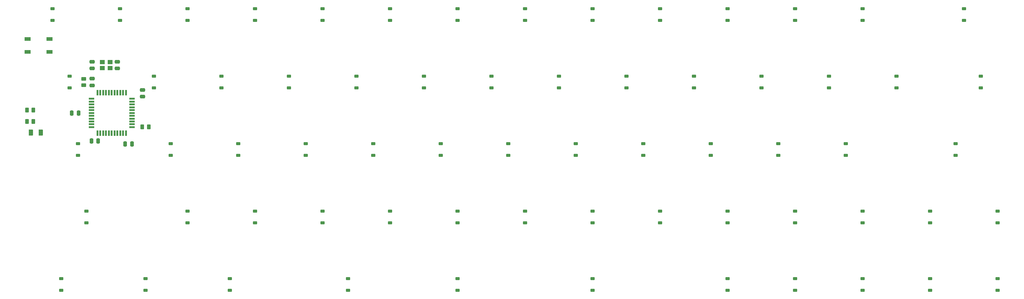
<source format=gbr>
%TF.GenerationSoftware,KiCad,Pcbnew,8.0.1*%
%TF.CreationDate,2024-05-19T22:36:38-06:00*%
%TF.ProjectId,60_Keyboard,36305f4b-6579-4626-9f61-72642e6b6963,rev?*%
%TF.SameCoordinates,Original*%
%TF.FileFunction,Paste,Bot*%
%TF.FilePolarity,Positive*%
%FSLAX46Y46*%
G04 Gerber Fmt 4.6, Leading zero omitted, Abs format (unit mm)*
G04 Created by KiCad (PCBNEW 8.0.1) date 2024-05-19 22:36:38*
%MOMM*%
%LPD*%
G01*
G04 APERTURE LIST*
G04 Aperture macros list*
%AMRoundRect*
0 Rectangle with rounded corners*
0 $1 Rounding radius*
0 $2 $3 $4 $5 $6 $7 $8 $9 X,Y pos of 4 corners*
0 Add a 4 corners polygon primitive as box body*
4,1,4,$2,$3,$4,$5,$6,$7,$8,$9,$2,$3,0*
0 Add four circle primitives for the rounded corners*
1,1,$1+$1,$2,$3*
1,1,$1+$1,$4,$5*
1,1,$1+$1,$6,$7*
1,1,$1+$1,$8,$9*
0 Add four rect primitives between the rounded corners*
20,1,$1+$1,$2,$3,$4,$5,0*
20,1,$1+$1,$4,$5,$6,$7,0*
20,1,$1+$1,$6,$7,$8,$9,0*
20,1,$1+$1,$8,$9,$2,$3,0*%
G04 Aperture macros list end*
%ADD10RoundRect,0.250000X0.475000X-0.250000X0.475000X0.250000X-0.475000X0.250000X-0.475000X-0.250000X0*%
%ADD11RoundRect,0.225000X0.375000X-0.225000X0.375000X0.225000X-0.375000X0.225000X-0.375000X-0.225000X0*%
%ADD12RoundRect,0.250000X-0.475000X0.250000X-0.475000X-0.250000X0.475000X-0.250000X0.475000X0.250000X0*%
%ADD13RoundRect,0.250000X-0.262500X-0.450000X0.262500X-0.450000X0.262500X0.450000X-0.262500X0.450000X0*%
%ADD14RoundRect,0.250000X-0.250000X-0.475000X0.250000X-0.475000X0.250000X0.475000X-0.250000X0.475000X0*%
%ADD15RoundRect,0.250000X0.250000X0.475000X-0.250000X0.475000X-0.250000X-0.475000X0.250000X-0.475000X0*%
%ADD16R,1.400000X1.200000*%
%ADD17R,1.500000X0.550000*%
%ADD18R,0.550000X1.500000*%
%ADD19RoundRect,0.250000X0.450000X-0.262500X0.450000X0.262500X-0.450000X0.262500X-0.450000X-0.262500X0*%
%ADD20RoundRect,0.250000X0.375000X0.625000X-0.375000X0.625000X-0.375000X-0.625000X0.375000X-0.625000X0*%
%ADD21R,1.800000X1.100000*%
G04 APERTURE END LIST*
D10*
%TO.C,C6*%
X103181000Y-102543600D03*
X103181000Y-100643600D03*
%TD*%
D11*
%TO.C,D38*%
X277795000Y-122292400D03*
X277795000Y-118992400D03*
%TD*%
%TO.C,D61*%
X206362000Y-160390000D03*
X206362000Y-157090000D03*
%TD*%
%TO.C,D35*%
X220648600Y-122292400D03*
X220648600Y-118992400D03*
%TD*%
%TO.C,D27*%
X330179200Y-103243600D03*
X330179200Y-99943600D03*
%TD*%
D12*
%TO.C,C2*%
X110324300Y-95881400D03*
X110324300Y-97781400D03*
%TD*%
D11*
%TO.C,D26*%
X311130400Y-103243600D03*
X311130400Y-99943600D03*
%TD*%
%TO.C,D29*%
X99212500Y-122292400D03*
X99212500Y-118992400D03*
%TD*%
%TO.C,D55*%
X358752400Y-141341200D03*
X358752400Y-138041200D03*
%TD*%
%TO.C,D15*%
X96831400Y-103243600D03*
X96831400Y-99943600D03*
%TD*%
%TO.C,D39*%
X296843800Y-122292400D03*
X296843800Y-118992400D03*
%TD*%
%TO.C,D50*%
X263508400Y-141341200D03*
X263508400Y-138041200D03*
%TD*%
%TO.C,D2*%
X111118000Y-84194800D03*
X111118000Y-80894800D03*
%TD*%
%TO.C,D24*%
X273032800Y-103243600D03*
X273032800Y-99943600D03*
%TD*%
%TO.C,D18*%
X158740000Y-103243600D03*
X158740000Y-99943600D03*
%TD*%
D13*
%TO.C,R1*%
X117348800Y-114292800D03*
X119173800Y-114292800D03*
%TD*%
D11*
%TO.C,D22*%
X234935200Y-103243600D03*
X234935200Y-99943600D03*
%TD*%
D13*
%TO.C,R2*%
X84807100Y-112705400D03*
X86632100Y-112705400D03*
%TD*%
D11*
%TO.C,D40*%
X315892600Y-122292400D03*
X315892600Y-118992400D03*
%TD*%
%TO.C,D43*%
X130166800Y-141341200D03*
X130166800Y-138041200D03*
%TD*%
%TO.C,D68*%
X339703600Y-160390000D03*
X339703600Y-157090000D03*
%TD*%
%TO.C,D5*%
X168264400Y-84194800D03*
X168264400Y-80894800D03*
%TD*%
%TO.C,D36*%
X239697400Y-122292400D03*
X239697400Y-118992400D03*
%TD*%
%TO.C,D41*%
X101593600Y-141341200D03*
X101593600Y-138041200D03*
%TD*%
%TO.C,D3*%
X130166800Y-84194800D03*
X130166800Y-80894800D03*
%TD*%
D14*
%TO.C,C7*%
X103024700Y-118261300D03*
X104924700Y-118261300D03*
%TD*%
D15*
%TO.C,C4*%
X114449100Y-119055000D03*
X112549100Y-119055000D03*
%TD*%
D11*
%TO.C,D19*%
X177788800Y-103243600D03*
X177788800Y-99943600D03*
%TD*%
%TO.C,D28*%
X353990200Y-103243600D03*
X353990200Y-99943600D03*
%TD*%
%TO.C,D8*%
X225410800Y-84194800D03*
X225410800Y-80894800D03*
%TD*%
D16*
%TO.C,Y1*%
X108249500Y-97681400D03*
X106049500Y-97681400D03*
X106049500Y-95981400D03*
X108249500Y-95981400D03*
%TD*%
D11*
%TO.C,D47*%
X206362000Y-141341200D03*
X206362000Y-138041200D03*
%TD*%
%TO.C,D7*%
X206362000Y-84194800D03*
X206362000Y-80894800D03*
%TD*%
%TO.C,D53*%
X320654800Y-141341200D03*
X320654800Y-138041200D03*
%TD*%
%TO.C,D10*%
X263508400Y-84194800D03*
X263508400Y-80894800D03*
%TD*%
%TO.C,D16*%
X120642400Y-103243600D03*
X120642400Y-99943600D03*
%TD*%
%TO.C,D21*%
X215886400Y-103243600D03*
X215886400Y-99943600D03*
%TD*%
D15*
%TO.C,C1*%
X99368800Y-110324300D03*
X97468800Y-110324300D03*
%TD*%
D11*
%TO.C,D66*%
X301606000Y-160390000D03*
X301606000Y-157090000D03*
%TD*%
%TO.C,D11*%
X282557200Y-84194800D03*
X282557200Y-80894800D03*
%TD*%
%TO.C,D12*%
X301606000Y-84194800D03*
X301606000Y-80894800D03*
%TD*%
%TO.C,D46*%
X187313200Y-141341200D03*
X187313200Y-138041200D03*
%TD*%
%TO.C,D51*%
X282557200Y-141341200D03*
X282557200Y-138041200D03*
%TD*%
D10*
%TO.C,C3*%
X103181000Y-97781400D03*
X103181000Y-95881400D03*
%TD*%
D11*
%TO.C,D20*%
X196837600Y-103243600D03*
X196837600Y-99943600D03*
%TD*%
%TO.C,D57*%
X118261300Y-160390000D03*
X118261300Y-157090000D03*
%TD*%
D13*
%TO.C,R3*%
X84807100Y-109530600D03*
X86632100Y-109530600D03*
%TD*%
D11*
%TO.C,D67*%
X320654800Y-160390000D03*
X320654800Y-157090000D03*
%TD*%
%TO.C,D60*%
X175407700Y-160390000D03*
X175407700Y-157090000D03*
%TD*%
%TO.C,D9*%
X244459600Y-84194800D03*
X244459600Y-80894800D03*
%TD*%
D17*
%TO.C,U1*%
X103036900Y-114324300D03*
X103036900Y-113524300D03*
X103036900Y-112724300D03*
X103036900Y-111924300D03*
X103036900Y-111124300D03*
X103036900Y-110324300D03*
X103036900Y-109524300D03*
X103036900Y-108724300D03*
X103036900Y-107924300D03*
X103036900Y-107124300D03*
X103036900Y-106324300D03*
D18*
X104736900Y-104624300D03*
X105536900Y-104624300D03*
X106336900Y-104624300D03*
X107136900Y-104624300D03*
X107936900Y-104624300D03*
X108736900Y-104624300D03*
X109536900Y-104624300D03*
X110336900Y-104624300D03*
X111136900Y-104624300D03*
X111936900Y-104624300D03*
X112736900Y-104624300D03*
D17*
X114436900Y-106324300D03*
X114436900Y-107124300D03*
X114436900Y-107924300D03*
X114436900Y-108724300D03*
X114436900Y-109524300D03*
X114436900Y-110324300D03*
X114436900Y-111124300D03*
X114436900Y-111924300D03*
X114436900Y-112724300D03*
X114436900Y-113524300D03*
X114436900Y-114324300D03*
D18*
X112736900Y-116024300D03*
X111936900Y-116024300D03*
X111136900Y-116024300D03*
X110336900Y-116024300D03*
X109536900Y-116024300D03*
X108736900Y-116024300D03*
X107936900Y-116024300D03*
X107136900Y-116024300D03*
X106336900Y-116024300D03*
X105536900Y-116024300D03*
X104736900Y-116024300D03*
%TD*%
D11*
%TO.C,D45*%
X168264400Y-141341200D03*
X168264400Y-138041200D03*
%TD*%
%TO.C,D34*%
X201599800Y-122292400D03*
X201599800Y-118992400D03*
%TD*%
%TO.C,D42*%
X346846900Y-122292400D03*
X346846900Y-118992400D03*
%TD*%
%TO.C,D63*%
X244459600Y-160390000D03*
X244459600Y-157090000D03*
%TD*%
%TO.C,D1*%
X92069200Y-84194800D03*
X92069200Y-80894800D03*
%TD*%
%TO.C,D31*%
X144453400Y-122292400D03*
X144453400Y-118992400D03*
%TD*%
%TO.C,D14*%
X349228000Y-84194800D03*
X349228000Y-80894800D03*
%TD*%
%TO.C,D23*%
X253984000Y-103243600D03*
X253984000Y-99943600D03*
%TD*%
%TO.C,D33*%
X182551000Y-122292400D03*
X182551000Y-118992400D03*
%TD*%
%TO.C,D17*%
X139691200Y-103243600D03*
X139691200Y-99943600D03*
%TD*%
%TO.C,D32*%
X163502200Y-122292400D03*
X163502200Y-118992400D03*
%TD*%
%TO.C,D65*%
X282557200Y-160390000D03*
X282557200Y-157090000D03*
%TD*%
D19*
%TO.C,R4*%
X100799900Y-102506100D03*
X100799900Y-100681100D03*
%TD*%
D11*
%TO.C,D58*%
X142072300Y-160390000D03*
X142072300Y-157090000D03*
%TD*%
%TO.C,D44*%
X149215600Y-141341200D03*
X149215600Y-138041200D03*
%TD*%
D20*
%TO.C,F1*%
X88707000Y-115880200D03*
X85907000Y-115880200D03*
%TD*%
D11*
%TO.C,D56*%
X94450300Y-160390000D03*
X94450300Y-157090000D03*
%TD*%
%TO.C,D6*%
X187313200Y-84194800D03*
X187313200Y-80894800D03*
%TD*%
D10*
%TO.C,C5*%
X117467600Y-105718400D03*
X117467600Y-103818400D03*
%TD*%
D11*
%TO.C,D25*%
X292081600Y-103243600D03*
X292081600Y-99943600D03*
%TD*%
%TO.C,D4*%
X149215600Y-84194800D03*
X149215600Y-80894800D03*
%TD*%
%TO.C,D48*%
X225410800Y-141341200D03*
X225410800Y-138041200D03*
%TD*%
%TO.C,D13*%
X320654800Y-84194800D03*
X320654800Y-80894800D03*
%TD*%
D21*
%TO.C,SW1*%
X85000700Y-93125500D03*
X91200700Y-89425500D03*
X85000700Y-89425500D03*
X91200700Y-93125500D03*
%TD*%
D11*
%TO.C,D30*%
X125404600Y-122292400D03*
X125404600Y-118992400D03*
%TD*%
%TO.C,D69*%
X358752400Y-160390000D03*
X358752400Y-157090000D03*
%TD*%
%TO.C,D37*%
X258746200Y-122292400D03*
X258746200Y-118992400D03*
%TD*%
%TO.C,D49*%
X244459600Y-141341200D03*
X244459600Y-138041200D03*
%TD*%
%TO.C,D52*%
X301606000Y-141341200D03*
X301606000Y-138041200D03*
%TD*%
%TO.C,D54*%
X339703600Y-141341200D03*
X339703600Y-138041200D03*
%TD*%
M02*

</source>
